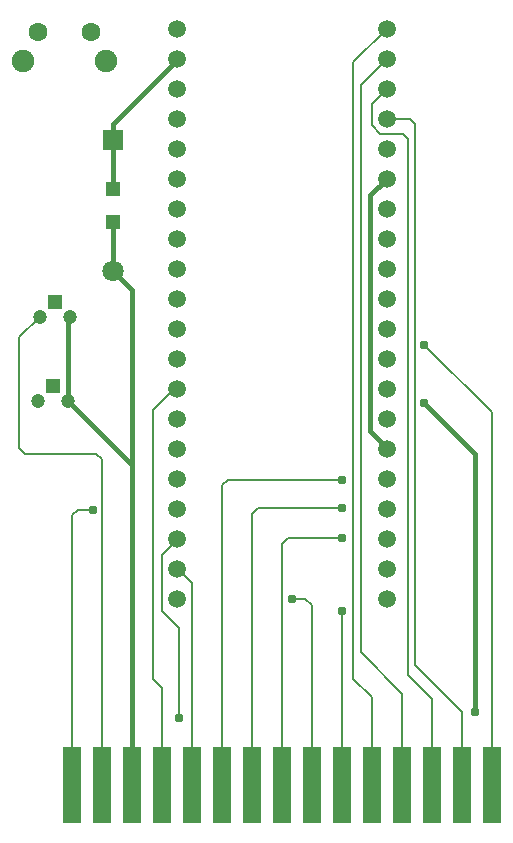
<source format=gbr>
G04 DipTrace 3.3.1.3*
G04 Bottom.gbr*
%MOIN*%
G04 #@! TF.FileFunction,Copper,L2,Bot*
G04 #@! TF.Part,Single*
G04 #@! TA.AperFunction,Conductor*
%ADD13C,0.007874*%
%ADD14C,0.015748*%
%ADD18R,0.059055X0.255906*%
G04 #@! TA.AperFunction,ComponentPad*
%ADD19R,0.047244X0.047244*%
%ADD20R,0.070866X0.070866*%
%ADD21C,0.070866*%
%ADD22C,0.047244*%
%ADD23C,0.062992*%
%ADD24C,0.074803*%
%ADD25C,0.059055*%
G04 #@! TA.AperFunction,ViaPad*
%ADD28C,0.031*%
%FSLAX26Y26*%
G04*
G70*
G90*
G75*
G01*
G04 Bottom*
%LPD*%
X1746850Y559235D2*
D13*
Y849982D1*
X1684350Y912482D1*
Y2966435D1*
X1796850Y3078935D1*
X1846850Y559235D2*
Y862483D1*
X1709350Y999983D1*
Y2891435D1*
X1796850Y2978935D1*
X1946850Y559235D2*
Y843733D1*
X1865600Y924983D1*
Y2712483D1*
X1849639Y2728444D1*
X1774639D1*
X1746850Y2756233D1*
Y2828935D1*
X1796850Y2878935D1*
X2046850Y559235D2*
Y799982D1*
X1890600Y956233D1*
Y2762483D1*
X1874148Y2778935D1*
X1796850D1*
X884350Y2271095D2*
D14*
Y2433496D1*
X946850Y559235D2*
Y1625190D1*
Y2208595D1*
X884350Y2271095D1*
X734350Y1837483D2*
Y2112483D1*
X740600Y2118733D1*
X734350Y1837483D2*
X734558D1*
X946850Y1625190D1*
X746850Y559235D2*
D13*
Y1456234D1*
X765600Y1474983D1*
X815600D1*
X1246850Y559235D2*
Y1556233D1*
X1265601Y1574983D1*
X1646850D1*
X1346850Y559235D2*
Y1462482D1*
X1365601Y1481233D1*
X1646850D1*
X1446850Y559235D2*
Y1362482D1*
X1465601Y1381233D1*
X1646852D1*
X1646850Y559235D2*
Y1137482D1*
X1546850Y559235D2*
Y1156440D1*
X1524878Y1178413D1*
X1479377D1*
X1146850Y559235D2*
Y1231233D1*
X1099148Y1278935D1*
X1096850D1*
X1103100Y781233D2*
Y1081234D1*
X1046850Y1137483D1*
Y1324982D1*
X1100803Y1378935D1*
X1096850D1*
X2090601Y799982D2*
D14*
Y1662482D1*
X1921850Y1831233D1*
X1796850Y1678935D2*
Y1681233D1*
X1740600Y1737483D1*
Y2522684D1*
X1796850Y2578935D1*
X640600Y2118733D2*
D13*
X571850Y2049983D1*
Y1681233D1*
X590600Y1662483D1*
X828100D1*
X846850Y1643733D1*
Y559235D1*
X2146850D2*
Y1799983D1*
X1921850Y2024983D1*
X1046850Y559235D2*
Y881231D1*
X1015600Y912482D1*
Y1806231D1*
X1088303Y1878935D1*
X1096850D1*
X884350Y2543733D2*
D14*
Y2706134D1*
X1096850Y2978935D2*
Y2974983D1*
X884350Y2762483D1*
Y2706134D1*
D28*
X1646850Y1137482D3*
X1646852Y1381233D3*
X815600Y1474983D3*
X1646850Y1481233D3*
Y1574983D3*
X1479377Y1178413D3*
X1103100Y781233D3*
X1921850Y2024983D3*
X2090601Y799982D3*
X1921850Y1831233D3*
D18*
X746850Y559235D3*
X846850D3*
X946850D3*
X1046850D3*
X1146850D3*
X1246850D3*
X1346850D3*
X1446850D3*
X1546850D3*
X1646850D3*
X1746850D3*
X1846850D3*
X1946850D3*
X2046850D3*
X2146850D3*
D19*
X884350Y2543733D3*
Y2433496D3*
D20*
Y2706134D3*
D21*
Y2271095D3*
D22*
X640600Y2118733D3*
D19*
X690600Y2168733D3*
D22*
X740600Y2118733D3*
X634350Y1837483D3*
D19*
X684350Y1887483D3*
D22*
X734350Y1837483D3*
D23*
X634350Y3068731D3*
X811516D3*
D24*
X585138Y2970306D3*
X860728D3*
D25*
X1096850Y1178935D3*
Y1278935D3*
Y1378935D3*
Y1478935D3*
Y1578935D3*
Y1678935D3*
Y1778935D3*
Y1878935D3*
Y1978935D3*
Y2078935D3*
Y2178935D3*
Y2278935D3*
Y2378935D3*
Y2478935D3*
Y2578935D3*
Y2678935D3*
Y2778935D3*
Y2878935D3*
Y2978935D3*
Y3078935D3*
X1796850D3*
Y2978935D3*
Y2878935D3*
Y2778935D3*
Y2678935D3*
Y2578935D3*
Y2478935D3*
Y2378935D3*
Y2278935D3*
Y2178935D3*
Y2078935D3*
Y1978935D3*
Y1878935D3*
Y1778935D3*
Y1678935D3*
Y1578935D3*
Y1478935D3*
Y1378935D3*
Y1278935D3*
Y1178935D3*
M02*

</source>
